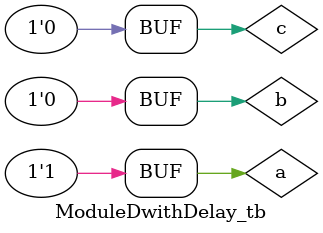
<source format=v>
module ModuleDwithDelay_tb;
  reg a,b,c;
  wire out;
  
  ModuleDwithDelay DelayD(out,a,b,c);
  initial
  begin
    a=1'b0;
    b=1'b0;
    c=1'b0;
    #10;
    a=1'b1;
    b=1'b1;
    c=1'b1;
    #10;
    a=1'b1;
    b=1'b0;
    c=1'b0;
    
  end
endmodule 

</source>
